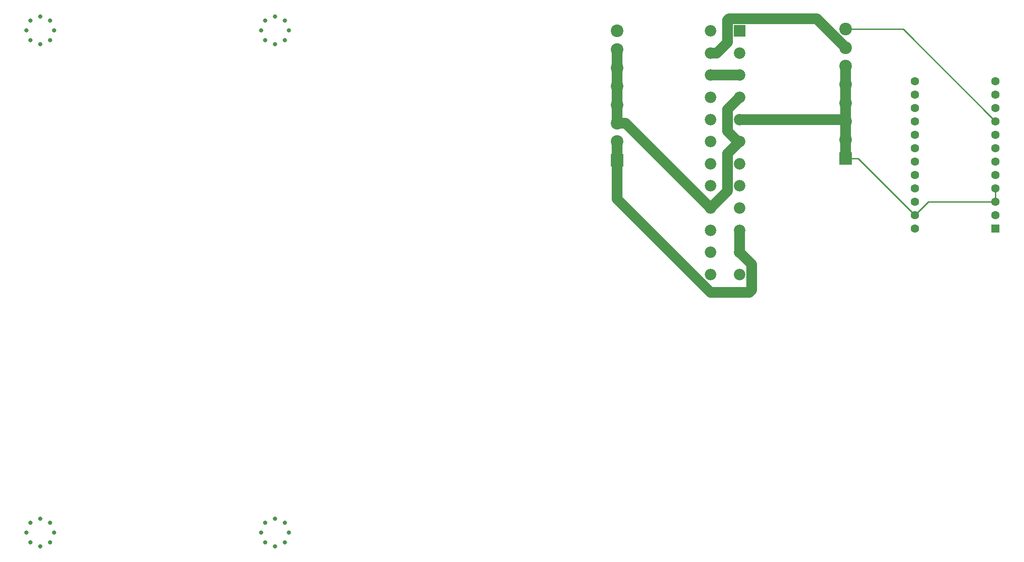
<source format=gbr>
%TF.GenerationSoftware,KiCad,Pcbnew,(5.1.10)-1*%
%TF.CreationDate,2022-08-08T15:03:28-05:00*%
%TF.ProjectId,GEN 1 PSU CARD,47454e20-3120-4505-9355-20434152442e,rev?*%
%TF.SameCoordinates,Original*%
%TF.FileFunction,Copper,L2,Bot*%
%TF.FilePolarity,Positive*%
%FSLAX46Y46*%
G04 Gerber Fmt 4.6, Leading zero omitted, Abs format (unit mm)*
G04 Created by KiCad (PCBNEW (5.1.10)-1) date 2022-08-08 15:03:28*
%MOMM*%
%LPD*%
G01*
G04 APERTURE LIST*
%TA.AperFunction,ComponentPad*%
%ADD10C,0.800000*%
%TD*%
%TA.AperFunction,ComponentPad*%
%ADD11C,2.175000*%
%TD*%
%TA.AperFunction,ComponentPad*%
%ADD12R,2.175000X2.175000*%
%TD*%
%TA.AperFunction,ComponentPad*%
%ADD13C,1.600000*%
%TD*%
%TA.AperFunction,ComponentPad*%
%ADD14R,1.600000X1.600000*%
%TD*%
%TA.AperFunction,ComponentPad*%
%ADD15C,2.400000*%
%TD*%
%TA.AperFunction,ComponentPad*%
%ADD16R,2.400000X2.400000*%
%TD*%
%TA.AperFunction,Conductor*%
%ADD17C,0.250000*%
%TD*%
%TA.AperFunction,Conductor*%
%ADD18C,2.000000*%
%TD*%
G04 APERTURE END LIST*
D10*
%TO.P,REF\u002A\u002A,1*%
%TO.N,N/C*%
X99377445Y-49917845D03*
X98608600Y-51774000D03*
X99377445Y-53630155D03*
X101233600Y-54399000D03*
X103089755Y-53630155D03*
X103858600Y-51774000D03*
X103089755Y-49917845D03*
X101233600Y-49149000D03*
%TD*%
D11*
%TO.P,J4,24*%
%TO.N,/GND*%
X183669040Y-98041400D03*
%TO.P,J4,23*%
%TO.N,Net-(J4-Pad23)*%
X189169040Y-98041400D03*
%TO.P,J4,22*%
%TO.N,/5V*%
X183669040Y-93841400D03*
%TO.P,J4,21*%
%TO.N,/12V*%
X189169040Y-93841400D03*
%TO.P,J4,20*%
%TO.N,/5V*%
X183669040Y-89641400D03*
%TO.P,J4,19*%
%TO.N,/12V*%
X189169040Y-89641400D03*
%TO.P,J4,18*%
%TO.N,/5V*%
X183669040Y-85441400D03*
%TO.P,J4,17*%
%TO.N,/5VSB*%
X189169040Y-85441400D03*
%TO.P,J4,16*%
%TO.N,Net-(J4-Pad16)*%
X183669040Y-81241400D03*
%TO.P,J4,15*%
%TO.N,Net-(J4-Pad15)*%
X189169040Y-81241400D03*
%TO.P,J4,14*%
%TO.N,/GND*%
X183669040Y-77041400D03*
%TO.P,J4,13*%
X189169040Y-77041400D03*
%TO.P,J4,12*%
X183669040Y-72841400D03*
%TO.P,J4,11*%
%TO.N,/5V*%
X189169040Y-72841400D03*
%TO.P,J4,10*%
%TO.N,/GND*%
X183669040Y-68641400D03*
%TO.P,J4,9*%
X189169040Y-68641400D03*
%TO.P,J4,8*%
%TO.N,/PS_ON*%
X183669040Y-64441400D03*
%TO.P,J4,7*%
%TO.N,/5V*%
X189169040Y-64441400D03*
%TO.P,J4,6*%
%TO.N,/GND*%
X183669040Y-60241400D03*
%TO.P,J4,5*%
X189169040Y-60241400D03*
%TO.P,J4,4*%
%TO.N,/-12*%
X183669040Y-56041400D03*
%TO.P,J4,3*%
%TO.N,Net-(J4-Pad3)*%
X189169040Y-56041400D03*
%TO.P,J4,2*%
%TO.N,Net-(J4-Pad2)*%
X183669040Y-51841400D03*
D12*
%TO.P,J4,1*%
%TO.N,Net-(J4-Pad1)*%
X189169040Y-51841400D03*
%TD*%
D10*
%TO.P,REF\u002A\u002A,1*%
%TO.N,N/C*%
X101233600Y-144399000D03*
X103089755Y-145167845D03*
X103858600Y-147024000D03*
X103089755Y-148880155D03*
X101233600Y-149649000D03*
X99377445Y-148880155D03*
X98608600Y-147024000D03*
X99377445Y-145167845D03*
%TD*%
%TO.P,REF\u002A\u002A,1*%
%TO.N,N/C*%
X54927445Y-49917845D03*
X54158600Y-51774000D03*
X54927445Y-53630155D03*
X56783600Y-54399000D03*
X58639755Y-53630155D03*
X59408600Y-51774000D03*
X58639755Y-49917845D03*
X56783600Y-49149000D03*
%TD*%
%TO.P,REF\u002A\u002A,1*%
%TO.N,N/C*%
X54927445Y-145167845D03*
X54158600Y-147024000D03*
X54927445Y-148880155D03*
X56783600Y-149649000D03*
X58639755Y-148880155D03*
X59408600Y-147024000D03*
X58639755Y-145167845D03*
X56783600Y-144399000D03*
%TD*%
D13*
%TO.P,U1,24*%
%TO.N,Net-(U1-Pad24)*%
X222402400Y-89306400D03*
%TO.P,U1,23*%
%TO.N,/GND*%
X222402400Y-86766400D03*
%TO.P,U1,22*%
%TO.N,Net-(U1-Pad22)*%
X222402400Y-84226400D03*
%TO.P,U1,21*%
%TO.N,/5VSB*%
X222402400Y-81686400D03*
%TO.P,U1,20*%
%TO.N,Net-(U1-Pad20)*%
X222402400Y-79146400D03*
%TO.P,U1,19*%
%TO.N,Net-(U1-Pad19)*%
X222402400Y-76606400D03*
%TO.P,U1,18*%
%TO.N,Net-(U1-Pad18)*%
X222402400Y-74066400D03*
%TO.P,U1,17*%
%TO.N,Net-(U1-Pad17)*%
X222402400Y-71526400D03*
%TO.P,U1,16*%
%TO.N,Net-(U1-Pad16)*%
X222402400Y-68986400D03*
%TO.P,U1,15*%
%TO.N,Net-(U1-Pad15)*%
X222402400Y-66446400D03*
%TO.P,U1,14*%
%TO.N,Net-(U1-Pad14)*%
X222402400Y-63906400D03*
%TO.P,U1,13*%
%TO.N,Net-(U1-Pad13)*%
X222402400Y-61366400D03*
%TO.P,U1,12*%
%TO.N,Net-(U1-Pad12)*%
X237642400Y-61366400D03*
%TO.P,U1,11*%
%TO.N,Net-(U1-Pad11)*%
X237642400Y-63906400D03*
%TO.P,U1,10*%
%TO.N,Net-(U1-Pad10)*%
X237642400Y-66446400D03*
%TO.P,U1,9*%
%TO.N,/ON-OFF*%
X237642400Y-68986400D03*
%TO.P,U1,8*%
%TO.N,Net-(U1-Pad8)*%
X237642400Y-71526400D03*
%TO.P,U1,7*%
%TO.N,/OS_OFF*%
X237642400Y-74066400D03*
%TO.P,U1,6*%
%TO.N,/PS_ON*%
X237642400Y-76606400D03*
%TO.P,U1,5*%
%TO.N,Net-(U1-Pad5)*%
X237642400Y-79146400D03*
%TO.P,U1,4*%
%TO.N,/GND*%
X237642400Y-81686400D03*
%TO.P,U1,3*%
X237642400Y-84226400D03*
%TO.P,U1,2*%
%TO.N,Net-(U1-Pad2)*%
X237642400Y-86766400D03*
D14*
%TO.P,U1,1*%
%TO.N,Net-(U1-Pad1)*%
X237642400Y-89306400D03*
%TD*%
D15*
%TO.P,J3,8*%
%TO.N,/OS_OFF*%
X165968680Y-51851800D03*
%TO.P,J3,7*%
%TO.N,/5V*%
X165968680Y-55351800D03*
%TO.P,J3,6*%
X165968680Y-58851800D03*
%TO.P,J3,5*%
X165968680Y-62351800D03*
%TO.P,J3,4*%
X165968680Y-65851800D03*
%TO.P,J3,3*%
X165968680Y-69351800D03*
%TO.P,J3,2*%
%TO.N,/12V*%
X165968680Y-72851800D03*
D16*
%TO.P,J3,1*%
X165968680Y-76351800D03*
%TD*%
D15*
%TO.P,J2,8*%
%TO.N,/ON-OFF*%
X209285840Y-51516520D03*
%TO.P,J2,7*%
%TO.N,/-12*%
X209285840Y-55016520D03*
%TO.P,J2,6*%
%TO.N,/GND*%
X209285840Y-58516520D03*
%TO.P,J2,5*%
X209285840Y-62016520D03*
%TO.P,J2,4*%
X209285840Y-65516520D03*
%TO.P,J2,3*%
X209285840Y-69016520D03*
%TO.P,J2,2*%
X209285840Y-72516520D03*
D16*
%TO.P,J2,1*%
X209285840Y-76016520D03*
%TD*%
D17*
%TO.N,/GND*%
X211652520Y-76016520D02*
X222402400Y-86766400D01*
X209285840Y-76016520D02*
X211652520Y-76016520D01*
X237642400Y-81686400D02*
X237642400Y-84226400D01*
X224942400Y-84226400D02*
X222402400Y-86766400D01*
X237642400Y-84226400D02*
X224942400Y-84226400D01*
D18*
X209285840Y-76016520D02*
X209285840Y-58516520D01*
X189169040Y-60241400D02*
X183669040Y-60241400D01*
X208910720Y-68641400D02*
X209285840Y-69016520D01*
X189169040Y-68641400D02*
X208910720Y-68641400D01*
%TO.N,/-12*%
X203823219Y-49553899D02*
X209285840Y-55016520D01*
X187121539Y-49553899D02*
X203823219Y-49553899D01*
X186881539Y-49793899D02*
X187121539Y-49553899D01*
X186881539Y-54062861D02*
X186881539Y-49793899D01*
X184903000Y-56041400D02*
X186881539Y-54062861D01*
X183669040Y-56041400D02*
X184903000Y-56041400D01*
%TO.N,/12V*%
X189169040Y-93841400D02*
X189169040Y-89641400D01*
X165968680Y-72851800D02*
X165968680Y-76351800D01*
X165968680Y-83726542D02*
X183689738Y-101447600D01*
X165968680Y-76351800D02*
X165968680Y-83726542D01*
X183689738Y-101447600D02*
X191008000Y-101447600D01*
X191456541Y-96128901D02*
X189169040Y-93841400D01*
X191456541Y-100999059D02*
X191456541Y-96128901D01*
X191008000Y-101447600D02*
X191456541Y-100999059D01*
D17*
%TO.N,/ON-OFF*%
X220172520Y-51516520D02*
X237642400Y-68986400D01*
X209285840Y-51516520D02*
X220172520Y-51516520D01*
D18*
%TO.N,/5V*%
X186881539Y-75128901D02*
X189169040Y-72841400D01*
X186881539Y-82228901D02*
X186881539Y-75128901D01*
X183669040Y-85441400D02*
X186881539Y-82228901D01*
X186881539Y-66728901D02*
X189169040Y-64441400D01*
X186881539Y-70854339D02*
X186881539Y-66728901D01*
X188868600Y-72841400D02*
X186881539Y-70854339D01*
X189169040Y-72841400D02*
X188868600Y-72841400D01*
X167579440Y-69351800D02*
X165968680Y-69351800D01*
X183669040Y-85441400D02*
X167579440Y-69351800D01*
X165968680Y-55351800D02*
X165968680Y-69351800D01*
%TD*%
M02*

</source>
